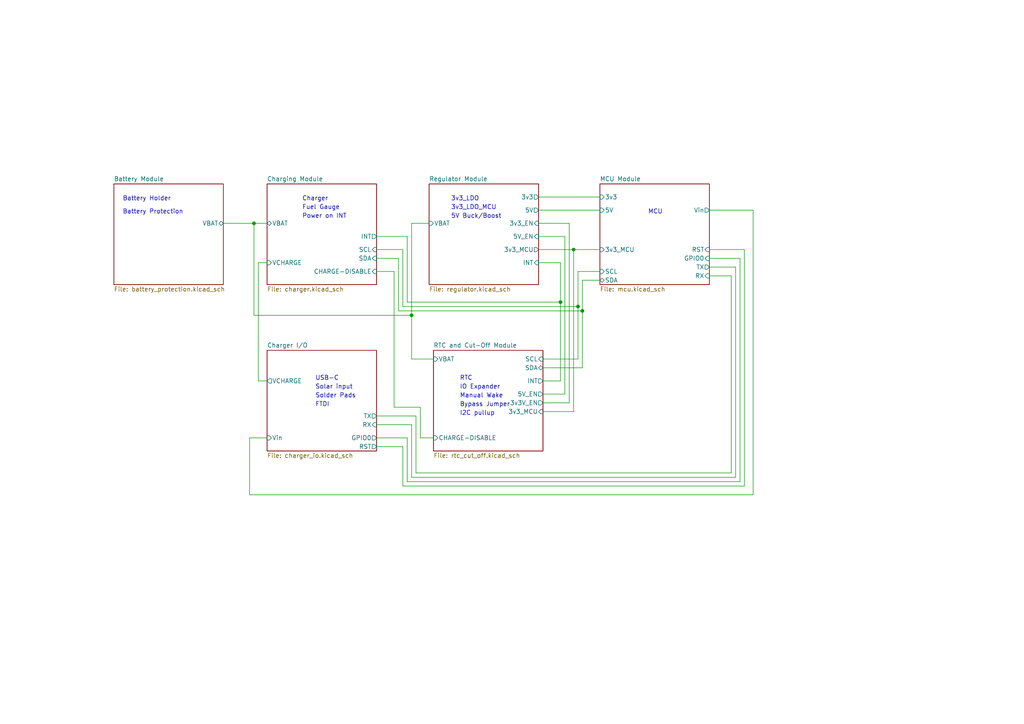
<source format=kicad_sch>
(kicad_sch
	(version 20250114)
	(generator "eeschema")
	(generator_version "9.0")
	(uuid "2d82ec20-02f1-4464-aaea-7d6ca01e6ee8")
	(paper "A4")
	(title_block
		(title "SuperPower-uC")
		(date "2020-09-20")
		(rev "0.1")
		(comment 1 "Licence: CERN-OHL-W")
	)
	(lib_symbols)
	(text "Battery Protection"
		(exclude_from_sim no)
		(at 35.56 62.23 0)
		(effects
			(font
				(size 1.27 1.27)
			)
			(justify left bottom)
		)
		(uuid "1f1bded9-5fc8-4a11-be14-ae5291466cd5")
	)
	(text "Solar input"
		(exclude_from_sim no)
		(at 91.44 113.03 0)
		(effects
			(font
				(size 1.27 1.27)
			)
			(justify left bottom)
		)
		(uuid "2430e575-42a5-4a31-9256-739a38136ddf")
	)
	(text "Bypass Jumper"
		(exclude_from_sim no)
		(at 133.35 118.11 0)
		(effects
			(font
				(size 1.27 1.27)
			)
			(justify left bottom)
		)
		(uuid "3bf5c4b7-f5d5-402d-8b6e-2404400b9740")
	)
	(text "3v3_LDO"
		(exclude_from_sim no)
		(at 130.81 58.42 0)
		(effects
			(font
				(size 1.27 1.27)
			)
			(justify left bottom)
		)
		(uuid "60d8c541-e711-43e0-b001-479ad910f1a8")
	)
	(text "3v3_LDO_MCU"
		(exclude_from_sim no)
		(at 130.81 60.96 0)
		(effects
			(font
				(size 1.27 1.27)
			)
			(justify left bottom)
		)
		(uuid "6267f146-c0e3-465f-8346-210a7283bf11")
	)
	(text "RTC"
		(exclude_from_sim no)
		(at 133.35 110.49 0)
		(effects
			(font
				(size 1.27 1.27)
			)
			(justify left bottom)
		)
		(uuid "63925370-cfaa-4eb0-beb7-dec61b04aca9")
	)
	(text "Battery Holder"
		(exclude_from_sim no)
		(at 35.56 58.42 0)
		(effects
			(font
				(size 1.27 1.27)
			)
			(justify left bottom)
		)
		(uuid "646a965c-4f96-45e5-a7ee-0390b87c6307")
	)
	(text "I2C pullup"
		(exclude_from_sim no)
		(at 133.35 120.65 0)
		(effects
			(font
				(size 1.27 1.27)
			)
			(justify left bottom)
		)
		(uuid "67f6c2ef-c87d-4e97-ad36-5b8ebbb4d2bd")
	)
	(text "5V Buck/Boost"
		(exclude_from_sim no)
		(at 130.81 63.5 0)
		(effects
			(font
				(size 1.27 1.27)
			)
			(justify left bottom)
		)
		(uuid "6d46aeb4-cf5f-4359-b50b-dbfa78d0b70f")
	)
	(text "MCU"
		(exclude_from_sim no)
		(at 187.96 62.23 0)
		(effects
			(font
				(size 1.27 1.27)
			)
			(justify left bottom)
		)
		(uuid "81b9c9c3-5c03-4d90-8b23-6f7fbdcfc4e8")
	)
	(text "FTDI"
		(exclude_from_sim no)
		(at 91.44 118.11 0)
		(effects
			(font
				(size 1.27 1.27)
			)
			(justify left bottom)
		)
		(uuid "9c409add-29f7-4562-9520-523b07e2cf63")
	)
	(text "Fuel Gauge"
		(exclude_from_sim no)
		(at 87.63 60.96 0)
		(effects
			(font
				(size 1.27 1.27)
			)
			(justify left bottom)
		)
		(uuid "a2c4ced4-9b39-4582-8b6b-e292b794a9ac")
	)
	(text "Charger"
		(exclude_from_sim no)
		(at 87.63 58.42 0)
		(effects
			(font
				(size 1.27 1.27)
			)
			(justify left bottom)
		)
		(uuid "a6889f3e-4378-40c8-a0c3-f31f8340da9f")
	)
	(text "Power on INT"
		(exclude_from_sim no)
		(at 87.63 63.5 0)
		(effects
			(font
				(size 1.27 1.27)
			)
			(justify left bottom)
		)
		(uuid "aa390038-fa72-402d-93cb-a28d686cad23")
	)
	(text "IO Expander"
		(exclude_from_sim no)
		(at 133.35 113.03 0)
		(effects
			(font
				(size 1.27 1.27)
			)
			(justify left bottom)
		)
		(uuid "c3c82191-0686-4be3-95d3-ddd38e7bf83b")
	)
	(text "USB-C"
		(exclude_from_sim no)
		(at 91.44 110.49 0)
		(effects
			(font
				(size 1.27 1.27)
			)
			(justify left bottom)
		)
		(uuid "d810109b-24d7-4842-a69b-4a16465693bd")
	)
	(text "Manual Wake"
		(exclude_from_sim no)
		(at 133.35 115.57 0)
		(effects
			(font
				(size 1.27 1.27)
			)
			(justify left bottom)
		)
		(uuid "f5ae3c74-a49a-4933-aa43-d3a74878af9d")
	)
	(text "Solder Pads"
		(exclude_from_sim no)
		(at 91.44 115.57 0)
		(effects
			(font
				(size 1.27 1.27)
			)
			(justify left bottom)
		)
		(uuid "f904f7eb-4c0b-414a-8e2a-8549c6b4fb02")
	)
	(junction
		(at 167.64 88.9)
		(diameter 0)
		(color 0 0 0 0)
		(uuid "01794683-f547-4c24-9e61-2842944f1892")
	)
	(junction
		(at 73.66 64.77)
		(diameter 0)
		(color 0 0 0 0)
		(uuid "4a580592-947e-4c95-980a-5877a9b1a0e7")
	)
	(junction
		(at 168.91 90.17)
		(diameter 0)
		(color 0 0 0 0)
		(uuid "604e2e76-4cbf-4417-b010-7c06b8240e66")
	)
	(junction
		(at 119.38 91.44)
		(diameter 0)
		(color 0 0 0 0)
		(uuid "60bca694-b96e-4e30-bace-40d3e4b490ac")
	)
	(junction
		(at 166.37 72.39)
		(diameter 0)
		(color 0 0 0 0)
		(uuid "8d26649b-d62e-4fa3-93f6-ed82e1e5474e")
	)
	(junction
		(at 162.56 87.63)
		(diameter 0)
		(color 0 0 0 0)
		(uuid "a84ea1a9-3fe9-43ef-b286-41a7e8193a61")
	)
	(wire
		(pts
			(xy 168.91 81.28) (xy 168.91 90.17)
		)
		(stroke
			(width 0)
			(type default)
		)
		(uuid "0038ee07-997e-44e4-a86a-ea45e2075023")
	)
	(wire
		(pts
			(xy 205.74 60.96) (xy 218.44 60.96)
		)
		(stroke
			(width 0)
			(type default)
		)
		(uuid "0693dd8d-db48-43e4-8e20-6b2b7cdd62d4")
	)
	(wire
		(pts
			(xy 162.56 76.2) (xy 156.21 76.2)
		)
		(stroke
			(width 0)
			(type default)
		)
		(uuid "07701581-a368-4562-82d7-095d81acd1f6")
	)
	(wire
		(pts
			(xy 162.56 110.49) (xy 162.56 87.63)
		)
		(stroke
			(width 0)
			(type default)
		)
		(uuid "0b8d318a-98cf-49a6-be36-5e501489c69d")
	)
	(wire
		(pts
			(xy 118.11 68.58) (xy 118.11 87.63)
		)
		(stroke
			(width 0)
			(type default)
		)
		(uuid "0bcd0ffb-27d5-48f0-be16-d2d7bd3b0fe9")
	)
	(wire
		(pts
			(xy 213.36 138.43) (xy 119.38 138.43)
		)
		(stroke
			(width 0)
			(type default)
		)
		(uuid "11aa837a-a3e7-4c46-ace4-d295842cacf8")
	)
	(wire
		(pts
			(xy 72.39 127) (xy 77.47 127)
		)
		(stroke
			(width 0)
			(type default)
		)
		(uuid "164712b1-6adc-4402-b1fe-7fc20aa85c34")
	)
	(wire
		(pts
			(xy 109.22 123.19) (xy 119.38 123.19)
		)
		(stroke
			(width 0)
			(type default)
		)
		(uuid "1bb9b4fe-f7aa-4536-9ed8-581091d25cdc")
	)
	(wire
		(pts
			(xy 119.38 123.19) (xy 119.38 138.43)
		)
		(stroke
			(width 0)
			(type default)
		)
		(uuid "1c52bbfd-4444-416b-bbf6-2d600ca0f425")
	)
	(wire
		(pts
			(xy 119.38 91.44) (xy 119.38 64.77)
		)
		(stroke
			(width 0)
			(type default)
		)
		(uuid "1f8d5969-833e-4831-96ce-bc6af7cec7fe")
	)
	(wire
		(pts
			(xy 115.57 74.93) (xy 115.57 90.17)
		)
		(stroke
			(width 0)
			(type default)
		)
		(uuid "22ab0141-ce4e-4d42-8f1f-988e5b089878")
	)
	(wire
		(pts
			(xy 167.64 78.74) (xy 167.64 88.9)
		)
		(stroke
			(width 0)
			(type default)
		)
		(uuid "29cab1cd-a5ff-470e-8fe9-17678a036bbb")
	)
	(wire
		(pts
			(xy 74.93 76.2) (xy 77.47 76.2)
		)
		(stroke
			(width 0)
			(type default)
		)
		(uuid "2a5c2299-06c7-41ba-9e46-45295b9dc174")
	)
	(wire
		(pts
			(xy 114.3 118.11) (xy 121.92 118.11)
		)
		(stroke
			(width 0)
			(type default)
		)
		(uuid "2a9e5e49-8e4d-4bc5-a9b0-bcf3e35ebac9")
	)
	(wire
		(pts
			(xy 215.9 72.39) (xy 205.74 72.39)
		)
		(stroke
			(width 0)
			(type default)
		)
		(uuid "2dc0e8d0-9e03-4a61-99a8-6af7d37c5f2f")
	)
	(wire
		(pts
			(xy 109.22 78.74) (xy 114.3 78.74)
		)
		(stroke
			(width 0)
			(type default)
		)
		(uuid "2e9c4a9f-0340-45bf-84ef-c8584e9cc034")
	)
	(wire
		(pts
			(xy 166.37 119.38) (xy 157.48 119.38)
		)
		(stroke
			(width 0)
			(type default)
		)
		(uuid "2eb4fc4c-96c4-4c43-add5-ad27c8715a64")
	)
	(wire
		(pts
			(xy 77.47 110.49) (xy 74.93 110.49)
		)
		(stroke
			(width 0)
			(type default)
		)
		(uuid "318683f4-c7f0-4cf9-8cb1-993cdfd785eb")
	)
	(wire
		(pts
			(xy 162.56 87.63) (xy 162.56 76.2)
		)
		(stroke
			(width 0)
			(type default)
		)
		(uuid "31952c6a-60cd-4367-9b60-9ba09edb2861")
	)
	(wire
		(pts
			(xy 168.91 90.17) (xy 168.91 106.68)
		)
		(stroke
			(width 0)
			(type default)
		)
		(uuid "32176dda-7d97-4135-a11d-277deb9896ff")
	)
	(wire
		(pts
			(xy 163.83 114.3) (xy 157.48 114.3)
		)
		(stroke
			(width 0)
			(type default)
		)
		(uuid "34622435-71e4-4c2e-a089-6c05a4711d27")
	)
	(wire
		(pts
			(xy 116.84 140.97) (xy 215.9 140.97)
		)
		(stroke
			(width 0)
			(type default)
		)
		(uuid "3a871c5a-d13f-4734-add7-bdd0956aceeb")
	)
	(wire
		(pts
			(xy 125.73 104.14) (xy 119.38 104.14)
		)
		(stroke
			(width 0)
			(type default)
		)
		(uuid "3a9df24d-62c0-4dba-92b7-1aaa95cbdfed")
	)
	(wire
		(pts
			(xy 116.84 88.9) (xy 167.64 88.9)
		)
		(stroke
			(width 0)
			(type default)
		)
		(uuid "43ea11a8-fe0b-4a1b-bea0-3cab37953478")
	)
	(wire
		(pts
			(xy 167.64 88.9) (xy 167.64 104.14)
		)
		(stroke
			(width 0)
			(type default)
		)
		(uuid "4496fe63-32e9-4a56-a1ec-57bb8a1013f6")
	)
	(wire
		(pts
			(xy 157.48 110.49) (xy 162.56 110.49)
		)
		(stroke
			(width 0)
			(type default)
		)
		(uuid "462a09b7-7c90-4e68-9b60-9ec662ffb77b")
	)
	(wire
		(pts
			(xy 121.92 118.11) (xy 121.92 127)
		)
		(stroke
			(width 0)
			(type default)
		)
		(uuid "466e4294-ed8a-420d-83b4-1b15901c8164")
	)
	(wire
		(pts
			(xy 119.38 91.44) (xy 73.66 91.44)
		)
		(stroke
			(width 0)
			(type default)
		)
		(uuid "46bdaee8-b215-4d76-ac45-b2d67a681e61")
	)
	(wire
		(pts
			(xy 173.99 78.74) (xy 167.64 78.74)
		)
		(stroke
			(width 0)
			(type default)
		)
		(uuid "476f66a7-5206-490a-9994-ae92a4b6670d")
	)
	(wire
		(pts
			(xy 118.11 87.63) (xy 162.56 87.63)
		)
		(stroke
			(width 0)
			(type default)
		)
		(uuid "47cc7f66-51b9-475d-8950-59b6f83659d0")
	)
	(wire
		(pts
			(xy 156.21 60.96) (xy 173.99 60.96)
		)
		(stroke
			(width 0)
			(type default)
		)
		(uuid "50721d0f-b850-4b05-aa69-0fb57fbec122")
	)
	(wire
		(pts
			(xy 205.74 74.93) (xy 214.63 74.93)
		)
		(stroke
			(width 0)
			(type default)
		)
		(uuid "51937d57-2274-4aad-9884-8895993e07e9")
	)
	(wire
		(pts
			(xy 119.38 104.14) (xy 119.38 91.44)
		)
		(stroke
			(width 0)
			(type default)
		)
		(uuid "531e751b-941d-457e-81aa-d2abb274668d")
	)
	(wire
		(pts
			(xy 115.57 90.17) (xy 168.91 90.17)
		)
		(stroke
			(width 0)
			(type default)
		)
		(uuid "53eb346a-5f9c-4621-8043-122ce5ec1339")
	)
	(wire
		(pts
			(xy 168.91 106.68) (xy 157.48 106.68)
		)
		(stroke
			(width 0)
			(type default)
		)
		(uuid "5593326b-02b2-4749-9793-18cea5bd4356")
	)
	(wire
		(pts
			(xy 213.36 77.47) (xy 213.36 138.43)
		)
		(stroke
			(width 0)
			(type default)
		)
		(uuid "5e58ebe5-8460-499e-ad75-90d17b295d93")
	)
	(wire
		(pts
			(xy 205.74 77.47) (xy 213.36 77.47)
		)
		(stroke
			(width 0)
			(type default)
		)
		(uuid "5f31f1d3-9b30-4bbc-a69a-1cf1c05f9ba5")
	)
	(wire
		(pts
			(xy 109.22 72.39) (xy 116.84 72.39)
		)
		(stroke
			(width 0)
			(type default)
		)
		(uuid "62fb4148-4b1c-4093-a785-97f15ca8bf40")
	)
	(wire
		(pts
			(xy 212.09 137.16) (xy 120.65 137.16)
		)
		(stroke
			(width 0)
			(type default)
		)
		(uuid "7fe3a8e3-1796-4f66-a3a0-f680444e30fd")
	)
	(wire
		(pts
			(xy 118.11 139.7) (xy 118.11 127)
		)
		(stroke
			(width 0)
			(type default)
		)
		(uuid "829f5a8b-d8c2-4337-9454-97f6487ad154")
	)
	(wire
		(pts
			(xy 214.63 74.93) (xy 214.63 139.7)
		)
		(stroke
			(width 0)
			(type default)
		)
		(uuid "84f139b1-9ec5-4a8e-bb36-8e968300eec0")
	)
	(wire
		(pts
			(xy 215.9 140.97) (xy 215.9 72.39)
		)
		(stroke
			(width 0)
			(type default)
		)
		(uuid "8d6a4495-fb6a-4d40-a4b2-a5b672f2814e")
	)
	(wire
		(pts
			(xy 73.66 64.77) (xy 77.47 64.77)
		)
		(stroke
			(width 0)
			(type default)
		)
		(uuid "8e81d2f1-12ab-4f41-8c15-d8d6a4ecd757")
	)
	(wire
		(pts
			(xy 72.39 143.51) (xy 72.39 127)
		)
		(stroke
			(width 0)
			(type default)
		)
		(uuid "8eee0195-3a33-4c1a-b38b-4656b6c77733")
	)
	(wire
		(pts
			(xy 166.37 72.39) (xy 156.21 72.39)
		)
		(stroke
			(width 0)
			(type default)
		)
		(uuid "96d9ea47-ca11-4583-b307-3d09e2cbfa76")
	)
	(wire
		(pts
			(xy 165.1 116.84) (xy 165.1 64.77)
		)
		(stroke
			(width 0)
			(type default)
		)
		(uuid "96eabc0a-a766-4074-a6e8-e79a8887d653")
	)
	(wire
		(pts
			(xy 120.65 120.65) (xy 109.22 120.65)
		)
		(stroke
			(width 0)
			(type default)
		)
		(uuid "9f858d3e-ed19-434a-b3d8-cfe75471d05c")
	)
	(wire
		(pts
			(xy 163.83 68.58) (xy 163.83 114.3)
		)
		(stroke
			(width 0)
			(type default)
		)
		(uuid "a84f41e7-29b7-4bcc-9c10-bbbe3db66866")
	)
	(wire
		(pts
			(xy 173.99 81.28) (xy 168.91 81.28)
		)
		(stroke
			(width 0)
			(type default)
		)
		(uuid "a862b56b-0e4a-4d91-84d7-5fb576598729")
	)
	(wire
		(pts
			(xy 167.64 104.14) (xy 157.48 104.14)
		)
		(stroke
			(width 0)
			(type default)
		)
		(uuid "a9193b7f-ab3a-4d3b-851f-a50b16398093")
	)
	(wire
		(pts
			(xy 116.84 72.39) (xy 116.84 88.9)
		)
		(stroke
			(width 0)
			(type default)
		)
		(uuid "ab714e49-505f-4219-ad81-b34530c6c64d")
	)
	(wire
		(pts
			(xy 116.84 129.54) (xy 116.84 140.97)
		)
		(stroke
			(width 0)
			(type default)
		)
		(uuid "b0c142c2-6dd8-430d-b65f-edeb47b73822")
	)
	(wire
		(pts
			(xy 173.99 57.15) (xy 156.21 57.15)
		)
		(stroke
			(width 0)
			(type default)
		)
		(uuid "b7e4f06b-326b-4dbf-9235-588854896c94")
	)
	(wire
		(pts
			(xy 218.44 143.51) (xy 72.39 143.51)
		)
		(stroke
			(width 0)
			(type default)
		)
		(uuid "b8d8549b-0efa-4f5b-9e26-047b6fd9aa3a")
	)
	(wire
		(pts
			(xy 74.93 110.49) (xy 74.93 76.2)
		)
		(stroke
			(width 0)
			(type default)
		)
		(uuid "c08bb520-e070-4e6f-8b75-c43b12e9a7e5")
	)
	(wire
		(pts
			(xy 214.63 139.7) (xy 118.11 139.7)
		)
		(stroke
			(width 0)
			(type default)
		)
		(uuid "c4ee2742-3112-4dea-b04a-603f639c9081")
	)
	(wire
		(pts
			(xy 121.92 127) (xy 125.73 127)
		)
		(stroke
			(width 0)
			(type default)
		)
		(uuid "c4ff2f49-92a9-4837-9f6a-74ee8b356f04")
	)
	(wire
		(pts
			(xy 118.11 127) (xy 109.22 127)
		)
		(stroke
			(width 0)
			(type default)
		)
		(uuid "c5121ba6-73d3-4e2e-aa71-56cf8e5d6e0d")
	)
	(wire
		(pts
			(xy 120.65 120.65) (xy 120.65 137.16)
		)
		(stroke
			(width 0)
			(type default)
		)
		(uuid "c704312a-a793-4562-8e8e-7f1630a86f77")
	)
	(wire
		(pts
			(xy 218.44 60.96) (xy 218.44 143.51)
		)
		(stroke
			(width 0)
			(type default)
		)
		(uuid "d2786334-0f69-4657-9534-431b7e203a27")
	)
	(wire
		(pts
			(xy 119.38 64.77) (xy 124.46 64.77)
		)
		(stroke
			(width 0)
			(type default)
		)
		(uuid "d8590bf9-68ab-4483-9150-d09bc55b71d7")
	)
	(wire
		(pts
			(xy 166.37 72.39) (xy 166.37 119.38)
		)
		(stroke
			(width 0)
			(type default)
		)
		(uuid "dd709c64-7097-489a-821b-c3375f96402b")
	)
	(wire
		(pts
			(xy 64.77 64.77) (xy 73.66 64.77)
		)
		(stroke
			(width 0)
			(type default)
		)
		(uuid "dd98c6df-8898-4680-85e5-8a5151a2a926")
	)
	(wire
		(pts
			(xy 156.21 64.77) (xy 165.1 64.77)
		)
		(stroke
			(width 0)
			(type default)
		)
		(uuid "de1c9b0f-ede5-4e1b-b70a-77f0b8703b5b")
	)
	(wire
		(pts
			(xy 73.66 91.44) (xy 73.66 64.77)
		)
		(stroke
			(width 0)
			(type default)
		)
		(uuid "e18e90d7-727f-47af-87d7-65048d75c408")
	)
	(wire
		(pts
			(xy 109.22 129.54) (xy 116.84 129.54)
		)
		(stroke
			(width 0)
			(type default)
		)
		(uuid "e37ab809-f5d5-4991-8e80-50033b5a1cd5")
	)
	(wire
		(pts
			(xy 109.22 68.58) (xy 118.11 68.58)
		)
		(stroke
			(width 0)
			(type default)
		)
		(uuid "e6203dde-4b58-4e89-a64d-627d35efad81")
	)
	(wire
		(pts
			(xy 114.3 78.74) (xy 114.3 118.11)
		)
		(stroke
			(width 0)
			(type default)
		)
		(uuid "ea198f70-5ab7-45ec-9e93-df712f5fcadd")
	)
	(wire
		(pts
			(xy 157.48 116.84) (xy 165.1 116.84)
		)
		(stroke
			(width 0)
			(type default)
		)
		(uuid "f686cddc-0826-4839-8313-9ed0c5ca2185")
	)
	(wire
		(pts
			(xy 212.09 80.01) (xy 212.09 137.16)
		)
		(stroke
			(width 0)
			(type default)
		)
		(uuid "fa78009a-bcc0-433b-bf28-e1dbe650cf68")
	)
	(wire
		(pts
			(xy 109.22 74.93) (xy 115.57 74.93)
		)
		(stroke
			(width 0)
			(type default)
		)
		(uuid "fb1cf5e2-0140-44d0-9285-b6dd710b8968")
	)
	(wire
		(pts
			(xy 205.74 80.01) (xy 212.09 80.01)
		)
		(stroke
			(width 0)
			(type default)
		)
		(uuid "fbec10a7-e037-4b95-aa4d-602cfeaeb337")
	)
	(wire
		(pts
			(xy 156.21 68.58) (xy 163.83 68.58)
		)
		(stroke
			(width 0)
			(type default)
		)
		(uuid "fd0e3d1d-85dd-432d-ae3b-9705816b8379")
	)
	(wire
		(pts
			(xy 173.99 72.39) (xy 166.37 72.39)
		)
		(stroke
			(width 0)
			(type default)
		)
		(uuid "fddc0b02-655e-44aa-8b71-ca0929d41fea")
	)
	(sheet
		(at 33.02 53.34)
		(size 31.75 29.21)
		(exclude_from_sim no)
		(in_bom yes)
		(on_board yes)
		(dnp no)
		(fields_autoplaced yes)
		(stroke
			(width 0)
			(type solid)
		)
		(fill
			(color 0 0 0 0.0000)
		)
		(uuid "00000000-0000-0000-0000-00005f639cfe")
		(property "Sheetname" "Battery Module"
			(at 33.02 52.6284 0)
			(effects
				(font
					(size 1.27 1.27)
				)
				(justify left bottom)
			)
		)
		(property "Sheetfile" "battery_protection.kicad_sch"
			(at 33.02 83.1346 0)
			(effects
				(font
					(size 1.27 1.27)
				)
				(justify left top)
			)
		)
		(pin "VBAT" bidirectional
			(at 64.77 64.77 0)
			(uuid "fc08ab50-9451-4afb-a56b-c8666ce54535")
			(effects
				(font
					(size 1.27 1.27)
				)
				(justify right)
			)
		)
		(instances
			(project "SuperPower-uC-KiCad"
				(path "/2d82ec20-02f1-4464-aaea-7d6ca01e6ee8"
					(page "2")
				)
			)
		)
	)
	(sheet
		(at 77.47 53.34)
		(size 31.75 29.21)
		(exclude_from_sim no)
		(in_bom yes)
		(on_board yes)
		(dnp no)
		(fields_autoplaced yes)
		(stroke
			(width 0)
			(type solid)
		)
		(fill
			(color 0 0 0 0.0000)
		)
		(uuid "00000000-0000-0000-0000-00005f639f48")
		(property "Sheetname" "Charging Module"
			(at 77.47 52.6284 0)
			(effects
				(font
					(size 1.27 1.27)
				)
				(justify left bottom)
			)
		)
		(property "Sheetfile" "charger.kicad_sch"
			(at 77.47 83.1346 0)
			(effects
				(font
					(size 1.27 1.27)
				)
				(justify left top)
			)
		)
		(pin "SCL" input
			(at 109.22 72.39 0)
			(uuid "34d14a3b-e3db-4d1b-9620-1300eeb96bc9")
			(effects
				(font
					(size 1.27 1.27)
				)
				(justify right)
			)
		)
		(pin "SDA" input
			(at 109.22 74.93 0)
			(uuid "7e47c19e-507b-41cd-a453-08489cc5115b")
			(effects
				(font
					(size 1.27 1.27)
				)
				(justify right)
			)
		)
		(pin "INT" output
			(at 109.22 68.58 0)
			(uuid "6d9076f1-5bb3-4c96-a034-ece3687a7bb4")
			(effects
				(font
					(size 1.27 1.27)
				)
				(justify right)
			)
		)
		(pin "VCHARGE" input
			(at 77.47 76.2 180)
			(uuid "f445b61e-34c3-4a58-859e-c79ff83d95c3")
			(effects
				(font
					(size 1.27 1.27)
				)
				(justify left)
			)
		)
		(pin "CHARGE-DISABLE" input
			(at 109.22 78.74 0)
			(uuid "83298e31-521b-4fc9-991f-bad20fb9dc28")
			(effects
				(font
					(size 1.27 1.27)
				)
				(justify right)
			)
		)
		(pin "VBAT" bidirectional
			(at 77.47 64.77 180)
			(uuid "e397cbe1-bb13-4bca-8c9f-179452227940")
			(effects
				(font
					(size 1.27 1.27)
				)
				(justify left)
			)
		)
		(instances
			(project "SuperPower-uC-KiCad"
				(path "/2d82ec20-02f1-4464-aaea-7d6ca01e6ee8"
					(page "3")
				)
			)
		)
	)
	(sheet
		(at 125.73 101.6)
		(size 31.75 29.21)
		(exclude_from_sim no)
		(in_bom yes)
		(on_board yes)
		(dnp no)
		(fields_autoplaced yes)
		(stroke
			(width 0)
			(type solid)
		)
		(fill
			(color 0 0 0 0.0000)
		)
		(uuid "00000000-0000-0000-0000-00005f63a00b")
		(property "Sheetname" "RTC and Cut-Off Module"
			(at 125.73 100.8884 0)
			(effects
				(font
					(size 1.27 1.27)
				)
				(justify left bottom)
			)
		)
		(property "Sheetfile" "rtc_cut_off.kicad_sch"
			(at 125.73 131.3946 0)
			(effects
				(font
					(size 1.27 1.27)
				)
				(justify left top)
			)
		)
		(pin "SCL" input
			(at 157.48 104.14 0)
			(uuid "b7e7cb63-611f-4f74-a39e-e690794d1a73")
			(effects
				(font
					(size 1.27 1.27)
				)
				(justify right)
			)
		)
		(pin "SDA" bidirectional
			(at 157.48 106.68 0)
			(uuid "359920cf-0e75-4ff2-ad7e-bc0378e5c91f")
			(effects
				(font
					(size 1.27 1.27)
				)
				(justify right)
			)
		)
		(pin "INT" output
			(at 157.48 110.49 0)
			(uuid "b51135ee-eee2-451e-b540-dae2612d2e51")
			(effects
				(font
					(size 1.27 1.27)
				)
				(justify right)
			)
		)
		(pin "VBAT" input
			(at 125.73 104.14 180)
			(uuid "ca902062-011e-47e6-93bf-1c9e60581cb5")
			(effects
				(font
					(size 1.27 1.27)
				)
				(justify left)
			)
		)
		(pin "5V_EN" output
			(at 157.48 114.3 0)
			(uuid "f9a10363-4c55-47c6-9cc7-29a073d7d4cf")
			(effects
				(font
					(size 1.27 1.27)
				)
				(justify right)
			)
		)
		(pin "CHARGE-DISABLE" input
			(at 125.73 127 180)
			(uuid "08da832f-af21-4379-90eb-f60df4af2bd3")
			(effects
				(font
					(size 1.27 1.27)
				)
				(justify left)
			)
		)
		(pin "3v3V_EN" output
			(at 157.48 116.84 0)
			(uuid "7b867452-1105-432e-afa1-b666d304136d")
			(effects
				(font
					(size 1.27 1.27)
				)
				(justify right)
			)
		)
		(pin "3v3_MCU" input
			(at 157.48 119.38 0)
			(uuid "29bc0747-3f9b-443d-a5d6-e82f32f4bbe0")
			(effects
				(font
					(size 1.27 1.27)
				)
				(justify right)
			)
		)
		(instances
			(project "SuperPower-uC-KiCad"
				(path "/2d82ec20-02f1-4464-aaea-7d6ca01e6ee8"
					(page "6")
				)
			)
		)
	)
	(sheet
		(at 124.46 53.34)
		(size 31.75 29.21)
		(exclude_from_sim no)
		(in_bom yes)
		(on_board yes)
		(dnp no)
		(fields_autoplaced yes)
		(stroke
			(width 0)
			(type solid)
		)
		(fill
			(color 0 0 0 0.0000)
		)
		(uuid "00000000-0000-0000-0000-00005f63a0e9")
		(property "Sheetname" "Regulator Module"
			(at 124.46 52.6284 0)
			(effects
				(font
					(size 1.27 1.27)
				)
				(justify left bottom)
			)
		)
		(property "Sheetfile" "regulator.kicad_sch"
			(at 124.46 83.1346 0)
			(effects
				(font
					(size 1.27 1.27)
				)
				(justify left top)
			)
		)
		(pin "3v3" output
			(at 156.21 57.15 0)
			(uuid "93844091-98bb-41f8-9682-5aceb2596c93")
			(effects
				(font
					(size 1.27 1.27)
				)
				(justify right)
			)
		)
		(pin "5V" output
			(at 156.21 60.96 0)
			(uuid "4805423c-018c-41a5-8854-60521ec83d7a")
			(effects
				(font
					(size 1.27 1.27)
				)
				(justify right)
			)
		)
		(pin "3v3_EN" input
			(at 156.21 64.77 0)
			(uuid "9236e52f-7e0f-46d2-a850-ae019cce7ce8")
			(effects
				(font
					(size 1.27 1.27)
				)
				(justify right)
			)
		)
		(pin "5V_EN" input
			(at 156.21 68.58 0)
			(uuid "acf5f8e0-869e-43ea-bf58-80a69dac93b6")
			(effects
				(font
					(size 1.27 1.27)
				)
				(justify right)
			)
		)
		(pin "3v3_MCU" output
			(at 156.21 72.39 0)
			(uuid "5745e6dd-b17b-4baf-ad43-a82016922382")
			(effects
				(font
					(size 1.27 1.27)
				)
				(justify right)
			)
		)
		(pin "INT" input
			(at 156.21 76.2 0)
			(uuid "16ae5650-3cd0-4b01-b0a7-b5b0d8d2f1c8")
			(effects
				(font
					(size 1.27 1.27)
				)
				(justify right)
			)
		)
		(pin "VBAT" input
			(at 124.46 64.77 180)
			(uuid "dc7bb960-8721-4227-bd9f-7d1b6804cbd3")
			(effects
				(font
					(size 1.27 1.27)
				)
				(justify left)
			)
		)
		(instances
			(project "SuperPower-uC-KiCad"
				(path "/2d82ec20-02f1-4464-aaea-7d6ca01e6ee8"
					(page "5")
				)
			)
		)
	)
	(sheet
		(at 173.99 53.34)
		(size 31.75 29.21)
		(exclude_from_sim no)
		(in_bom yes)
		(on_board yes)
		(dnp no)
		(fields_autoplaced yes)
		(stroke
			(width 0)
			(type solid)
		)
		(fill
			(color 0 0 0 0.0000)
		)
		(uuid "00000000-0000-0000-0000-00005f63a193")
		(property "Sheetname" "MCU Module"
			(at 173.99 52.6284 0)
			(effects
				(font
					(size 1.27 1.27)
				)
				(justify left bottom)
			)
		)
		(property "Sheetfile" "mcu.kicad_sch"
			(at 173.99 83.1346 0)
			(effects
				(font
					(size 1.27 1.27)
				)
				(justify left top)
			)
		)
		(pin "3v3_MCU" input
			(at 173.99 72.39 180)
			(uuid "f405ba39-1d51-4cd1-a77c-cf1975524ba7")
			(effects
				(font
					(size 1.27 1.27)
				)
				(justify left)
			)
		)
		(pin "SDA" bidirectional
			(at 173.99 81.28 180)
			(uuid "a46c746e-24e8-469c-893b-31119e20575a")
			(effects
				(font
					(size 1.27 1.27)
				)
				(justify left)
			)
		)
		(pin "SCL" input
			(at 173.99 78.74 180)
			(uuid "0c3bba63-aacc-4273-b155-6c30a4b45e85")
			(effects
				(font
					(size 1.27 1.27)
				)
				(justify left)
			)
		)
		(pin "TX" output
			(at 205.74 77.47 0)
			(uuid "356a2fde-6a30-4946-87aa-0811faddea91")
			(effects
				(font
					(size 1.27 1.27)
				)
				(justify right)
			)
		)
		(pin "RX" input
			(at 205.74 80.01 0)
			(uuid "99a86b62-0900-440a-8eaa-52246dda3ae8")
			(effects
				(font
					(size 1.27 1.27)
				)
				(justify right)
			)
		)
		(pin "RST" input
			(at 205.74 72.39 0)
			(uuid "fd1cca44-2ed1-4eba-baf7-d43a88623139")
			(effects
				(font
					(size 1.27 1.27)
				)
				(justify right)
			)
		)
		(pin "GPIO0" input
			(at 205.74 74.93 0)
			(uuid "52790dd2-2690-458a-9e58-6d32386fff34")
			(effects
				(font
					(size 1.27 1.27)
				)
				(justify right)
			)
		)
		(pin "3v3" input
			(at 173.99 57.15 180)
			(uuid "f97f42a2-5a7e-4a4a-9f20-aabc92bd6b13")
			(effects
				(font
					(size 1.27 1.27)
				)
				(justify left)
			)
		)
		(pin "5V" input
			(at 173.99 60.96 180)
			(uuid "19b44a4f-c2c7-43ae-b1f4-b388c64f4f91")
			(effects
				(font
					(size 1.27 1.27)
				)
				(justify left)
			)
		)
		(pin "Vin" output
			(at 205.74 60.96 0)
			(uuid "c9ccebd5-5ff1-42ed-9f7b-149cde7f6d1f")
			(effects
				(font
					(size 1.27 1.27)
				)
				(justify right)
			)
		)
		(instances
			(project "SuperPower-uC-KiCad"
				(path "/2d82ec20-02f1-4464-aaea-7d6ca01e6ee8"
					(page "7")
				)
			)
		)
	)
	(sheet
		(at 77.47 101.6)
		(size 31.75 29.21)
		(exclude_from_sim no)
		(in_bom yes)
		(on_board yes)
		(dnp no)
		(fields_autoplaced yes)
		(stroke
			(width 0)
			(type solid)
		)
		(fill
			(color 0 0 0 0.0000)
		)
		(uuid "00000000-0000-0000-0000-00005f63b107")
		(property "Sheetname" "Charger I/O"
			(at 77.47 100.8884 0)
			(effects
				(font
					(size 1.27 1.27)
				)
				(justify left bottom)
			)
		)
		(property "Sheetfile" "charger_io.kicad_sch"
			(at 77.47 131.3946 0)
			(effects
				(font
					(size 1.27 1.27)
				)
				(justify left top)
			)
		)
		(pin "VCHARGE" output
			(at 77.47 110.49 180)
			(uuid "4f1ae194-1b30-42c5-9ae7-aa6c8c9ab4fa")
			(effects
				(font
					(size 1.27 1.27)
				)
				(justify left)
			)
		)
		(pin "TX" output
			(at 109.22 120.65 0)
			(uuid "cffa3978-5d91-42d4-b815-49144d96ca8a")
			(effects
				(font
					(size 1.27 1.27)
				)
				(justify right)
			)
		)
		(pin "RX" input
			(at 109.22 123.19 0)
			(uuid "5e82a98a-2d89-40a3-ac3c-4361cb2cde04")
			(effects
				(font
					(size 1.27 1.27)
				)
				(justify right)
			)
		)
		(pin "RST" output
			(at 109.22 129.54 0)
			(uuid "4db3e832-6c3d-45ff-b1a1-a4adde8847a5")
			(effects
				(font
					(size 1.27 1.27)
				)
				(justify right)
			)
		)
		(pin "GPIO0" output
			(at 109.22 127 0)
			(uuid "1854d99c-2eb2-468a-9efe-f2f95b9b8ed1")
			(effects
				(font
					(size 1.27 1.27)
				)
				(justify right)
			)
		)
		(pin "Vin" input
			(at 77.47 127 180)
			(uuid "c10ad542-a919-4576-a08e-bf43996c0e57")
			(effects
				(font
					(size 1.27 1.27)
				)
				(justify left)
			)
		)
		(instances
			(project "SuperPower-uC-KiCad"
				(path "/2d82ec20-02f1-4464-aaea-7d6ca01e6ee8"
					(page "4")
				)
			)
		)
	)
	(sheet_instances
		(path "/"
			(page "1")
		)
	)
	(embedded_fonts no)
)

</source>
